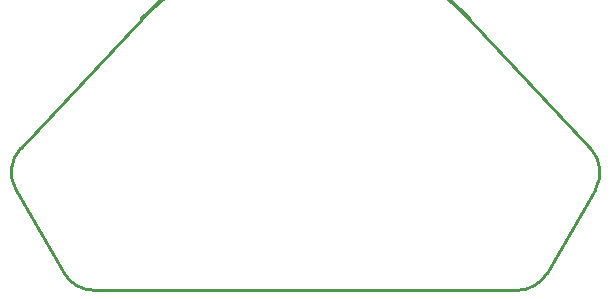
<source format=gbr>
%TF.GenerationSoftware,KiCad,Pcbnew,(6.0.4-0)*%
%TF.CreationDate,2022-03-28T23:15:47-05:00*%
%TF.ProjectId,Toolhead_PCB,546f6f6c-6865-4616-945f-5043422e6b69,rev?*%
%TF.SameCoordinates,Original*%
%TF.FileFunction,Profile,NP*%
%FSLAX46Y46*%
G04 Gerber Fmt 4.6, Leading zero omitted, Abs format (unit mm)*
G04 Created by KiCad (PCBNEW (6.0.4-0)) date 2022-03-28 23:15:47*
%MOMM*%
%LPD*%
G01*
G04 APERTURE LIST*
%TA.AperFunction,Profile*%
%ADD10C,0.250000*%
%TD*%
%TA.AperFunction,Profile*%
%ADD11C,0.300000*%
%TD*%
G04 APERTURE END LIST*
D10*
X75890200Y-97949420D02*
X86131400Y-87013000D01*
D11*
X113868619Y-87013029D02*
G75*
G03*
X86131449Y-87012956I-13868619J-12986971D01*
G01*
D10*
X75890201Y-97949421D02*
G75*
G03*
X75481910Y-101500008I2189799J-2050579D01*
G01*
X82121452Y-110000000D02*
X117878548Y-110000000D01*
X124109800Y-97949420D02*
X113868600Y-87013000D01*
X79523412Y-108499979D02*
G75*
G03*
X82121452Y-110000000I2598088J1499979D01*
G01*
X124518091Y-101500009D02*
G75*
G03*
X124109800Y-97949420I-2598091J1500009D01*
G01*
X75481924Y-101500000D02*
X79523376Y-108500000D01*
X120476624Y-108500000D02*
X124518076Y-101500000D01*
X117878548Y-110000041D02*
G75*
G03*
X120476624Y-108500000I-48J3000041D01*
G01*
M02*

</source>
